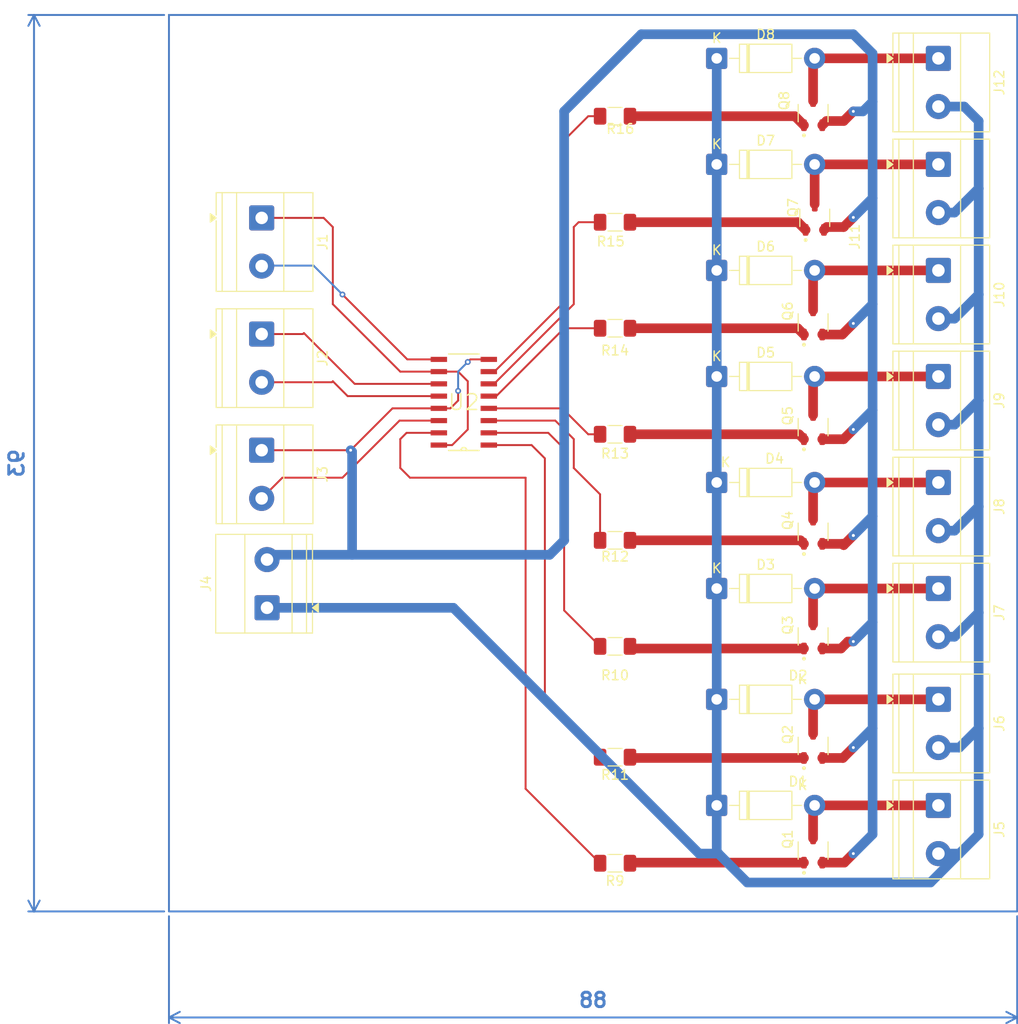
<source format=kicad_pcb>
(kicad_pcb (version 20241229) (generator "pcbnew") (generator_version "9.0")
  (layers (0 "F.Cu" signal) (2 "B.Cu" signal) (13 "F.Paste" user) (15 "B.Paste" user) (5 "F.SilkS" user "F.Silkscreen") (7 "B.SilkS" user "B.Silkscreen") (1 "F.Mask" user) (3 "B.Mask" user) (25 "Edge.Cuts" user))
  (net 0 "")
  (net 1 "Net-(J1-Pin_2)")
  (net 2 "Net-(J1-Pin_1)")
  (net 3 "Net-(J2-Pin_1)")
  (net 4 "Net-(J2-Pin_2)")
  (net 5 "Net-(J3-Pin_1)")
  (net 6 "Net-(U2-QB)")
  (net 7 "Net-(U2-QC)")
  (net 8 "Net-(U2-QD)")
  (net 9 "Net-(U2-QE)")
  (net 10 "Net-(U2-QF)")
  (net 11 "Net-(U2-QG)")
  (net 12 "Net-(U2-QH)")
  (net 13 "Net-(U2-QA)")
  (net 14 "Net-(D1-K)")
  (net 15 "Net-(D1-A)")
  (net 16 "Net-(D2-A)")
  (net 17 "Net-(D3-A)")
  (net 18 "Net-(D4-A)")
  (net 19 "Net-(D5-A)")
  (net 20 "Net-(D6-A)")
  (net 21 "Net-(D7-A)")
  (net 22 "Net-(D8-A)")
  (net 23 "Net-(J3-Pin_2)")
  (net 24 "Net-(Q1-Pad1)")
  (net 25 "Net-(Q2-Pad1)")
  (net 26 "Net-(Q3-Pad1)")
  (net 27 "Net-(Q4-Pad1)")
  (net 28 "Net-(Q5-Pad1)")
  (net 29 "Net-(Q6-Pad1)")
  (net 30 "Net-(Q7-Pad1)")
  (net 31 "Net-(Q8-Pad1)")
  (footprint "Diode_THT:D_DO-41_SOD81_P10.16mm_Horizontal" (layer "F.Cu") (at 218.8275 63.5)
    (property "Reference" "D6" (at 5.08 -2.47 0) (layer "F.SilkS"))
    (property "Value" "1N4007")
    (fp_text user "K" (at 0 -2.1 0) (layer "F.SilkS"))
    (pad "1" thru_hole roundrect (at 0 0) (size 2.2 2.2) (drill 1.1) (layers "*.Cu" "*.Mask") (roundrect_rratio 0.113636) (net 14 "Net-(D1-K)"))
    (pad "2" thru_hole circle (at 10.16 0) (size 2.2 2.2) (drill 1.1) (layers "*.Cu" "*.Mask") (net 20 "Net-(D6-A)"))
  )
  (footprint "Library:AO3400A" (layer "F.Cu") (at 228.8275 101.469285 90)
    (property "Reference" "Q3" (at 1.175 -2.635 90) (layer "F.SilkS"))
    (property "Value" "AO3400A")
    (pad "1" smd roundrect (at -1.255 -0.95 90) (size 1.21 0.59) (layers "F.Cu" "F.Mask" "F.Paste") (net 26 "Net-(Q3-Pad1)"))
    (pad "2" smd roundrect (at -1.255 0.95 90) (size 1.21 0.59) (layers "F.Cu" "F.Mask" "F.Paste") (net 5 "Net-(J3-Pin_1)"))
    (pad "3" smd roundrect (at 1.255 0 90) (size 1.21 0.59) (layers "F.Cu" "F.Mask" "F.Paste") (net 17 "Net-(D3-A)"))
  )
  (footprint "Resistor_SMD:R_1206_3216Metric_Pad1.30x1.75mm_HandSolder" (layer "F.Cu") (at 208.2775 69.5 180)
    (property "Reference" "R14" (at 0 -2.31 0) (layer "F.SilkS"))
    (property "Value" "100")
    (pad "1" smd roundrect (at -1.55 0 180) (size 1.3 1.75) (layers "F.Cu" "F.Mask" "F.Paste") (roundrect_rratio 0.192308) (net 29 "Net-(Q6-Pad1)"))
    (pad "2" smd roundrect (at 1.55 0 180) (size 1.3 1.75) (layers "F.Cu" "F.Mask" "F.Paste") (roundrect_rratio 0.192308) (net 10 "Net-(U2-QF)"))
  )
  (footprint "Library:AO3400A" (layer "F.Cu") (at 229 58.040714 90)
    (property "Reference" "Q7" (at 1.05 -2.255 90) (layer "F.SilkS"))
    (property "Value" "AO3400A")
    (pad "1" smd roundrect (at -1.255 -0.95 90) (size 1.21 0.59) (layers "F.Cu" "F.Mask" "F.Paste") (net 30 "Net-(Q7-Pad1)"))
    (pad "2" smd roundrect (at -1.255 0.95 90) (size 1.21 0.59) (layers "F.Cu" "F.Mask" "F.Paste") (net 5 "Net-(J3-Pin_1)"))
    (pad "3" smd roundrect (at 1.255 0 90) (size 1.21 0.59) (layers "F.Cu" "F.Mask" "F.Paste") (net 21 "Net-(D7-A)"))
  )
  (footprint "Diode_THT:D_DO-41_SOD81_P10.16mm_Horizontal" (layer "F.Cu") (at 218.8275 74.5)
    (property "Reference" "D5" (at 5.08 -2.47 0) (layer "F.SilkS"))
    (property "Value" "1N4007")
    (fp_text user "K" (at 0 -2.1 0) (layer "F.SilkS"))
    (pad "1" thru_hole roundrect (at 0 0) (size 2.2 2.2) (drill 1.1) (layers "*.Cu" "*.Mask") (roundrect_rratio 0.113636) (net 14 "Net-(D1-K)"))
    (pad "2" thru_hole circle (at 10.16 0) (size 2.2 2.2) (drill 1.1) (layers "*.Cu" "*.Mask") (net 19 "Net-(D5-A)"))
  )
  (footprint "Resistor_SMD:R_1206_3216Metric_Pad1.30x1.75mm_HandSolder" (layer "F.Cu") (at 208.2775 80.5 180)
    (property "Reference" "R13" (at 0 -2 0) (layer "F.SilkS"))
    (property "Value" "100")
    (pad "1" smd roundrect (at -1.55 0 180) (size 1.3 1.75) (layers "F.Cu" "F.Mask" "F.Paste") (roundrect_rratio 0.192308) (net 28 "Net-(Q5-Pad1)"))
    (pad "2" smd roundrect (at 1.55 0 180) (size 1.3 1.75) (layers "F.Cu" "F.Mask" "F.Paste") (roundrect_rratio 0.192308) (net 9 "Net-(U2-QE)"))
  )
  (footprint "TerminalBlock_Phoenix:TerminalBlock_Phoenix_MKDS-1,5-2_1x02_P5.00mm_Horizontal" (layer "F.Cu") (at 241.8275 85.5 -90)
    (property "Reference" "J8" (at 2.5 -6.32 90) (layer "F.SilkS"))
    (property "Value" "Screw_Terminal_01x02")
    (pad "1" thru_hole roundrect (at 0 0 270) (size 2.6 2.6) (drill 1.3) (layers "*.Cu" "*.Mask") (roundrect_rratio 0.096154) (net 18 "Net-(D4-A)"))
    (pad "2" thru_hole circle (at 5 0 270) (size 2.6 2.6) (drill 1.3) (layers "*.Cu" "*.Mask") (net 14 "Net-(D1-K)"))
  )
  (footprint "Resistor_SMD:R_1206_3216Metric_Pad1.30x1.75mm_HandSolder" (layer "F.Cu") (at 208.2775 125 180)
    (property "Reference" "R9" (at 0 -1.83 0) (layer "F.SilkS"))
    (property "Value" "100")
    (pad "1" smd roundrect (at -1.55 0 180) (size 1.3 1.75) (layers "F.Cu" "F.Mask" "F.Paste") (roundrect_rratio 0.192308) (net 24 "Net-(Q1-Pad1)"))
    (pad "2" smd roundrect (at 1.55 0 180) (size 1.3 1.75) (layers "F.Cu" "F.Mask" "F.Paste") (roundrect_rratio 0.192308) (net 13 "Net-(U2-QA)"))
  )
  (footprint "TerminalBlock_Phoenix:TerminalBlock_Phoenix_MKDS-1,5-2_1x02_P5.00mm_Horizontal" (layer "F.Cu") (at 241.8275 41.5 -90)
    (property "Reference" "J12" (at 2.5 -6.32 90) (layer "F.SilkS"))
    (property "Value" "Screw_Terminal_01x02")
    (pad "1" thru_hole roundrect (at 0 0 270) (size 2.6 2.6) (drill 1.3) (layers "*.Cu" "*.Mask") (roundrect_rratio 0.096154) (net 22 "Net-(D8-A)"))
    (pad "2" thru_hole circle (at 5 0 270) (size 2.6 2.6) (drill 1.3) (layers "*.Cu" "*.Mask") (net 14 "Net-(D1-K)"))
  )
  (footprint "Resistor_SMD:R_1206_3216Metric_Pad1.30x1.75mm_HandSolder" (layer "F.Cu") (at 208.2775 102.5 180)
    (property "Reference" "R10" (at 0 -3 0) (layer "F.SilkS"))
    (property "Value" "100")
    (pad "1" smd roundrect (at -1.55 0 180) (size 1.3 1.75) (layers "F.Cu" "F.Mask" "F.Paste") (roundrect_rratio 0.192308) (net 26 "Net-(Q3-Pad1)"))
    (pad "2" smd roundrect (at 1.55 0 180) (size 1.3 1.75) (layers "F.Cu" "F.Mask" "F.Paste") (roundrect_rratio 0.192308) (net 7 "Net-(U2-QC)"))
  )
  (footprint "Diode_THT:D_DO-41_SOD81_P10.16mm_Horizontal" (layer "F.Cu") (at 218.8275 85.5)
    (property "Reference" "D4" (at 6 -2.47 0) (layer "F.SilkS"))
    (property "Value" "1N4007")
    (fp_text user "K" (at 0.92 -2.1 0) (layer "F.SilkS"))
    (pad "1" thru_hole roundrect (at 0 0) (size 2.2 2.2) (drill 1.1) (layers "*.Cu" "*.Mask") (roundrect_rratio 0.113636) (net 14 "Net-(D1-K)"))
    (pad "2" thru_hole circle (at 10.16 0) (size 2.2 2.2) (drill 1.1) (layers "*.Cu" "*.Mask") (net 18 "Net-(D4-A)"))
  )
  (footprint "TerminalBlock_Phoenix:TerminalBlock_Phoenix_MKDS-1,5-2_1x02_P5.00mm_Horizontal" (layer "F.Cu") (at 171.6175 58.0525 -90)
    (property "Reference" "J1" (at 2.5 -6.32 90) (layer "F.SilkS"))
    (property "Value" "Screw_Terminal_01x02")
    (pad "1" thru_hole roundrect (at 0 0 270) (size 2.6 2.6) (drill 1.3) (layers "*.Cu" "*.Mask") (roundrect_rratio 0.096154) (net 2 "Net-(J1-Pin_1)"))
    (pad "2" thru_hole circle (at 5 0 270) (size 2.6 2.6) (drill 1.3) (layers "*.Cu" "*.Mask") (net 1 "Net-(J1-Pin_2)"))
  )
  (footprint "TerminalBlock_Phoenix:TerminalBlock_Phoenix_MKDS-1,5-2_1x02_P5.00mm_Horizontal" (layer "F.Cu") (at 241.8275 108 -90)
    (property "Reference" "J6" (at 2.5 -6.32 90) (layer "F.SilkS"))
    (property "Value" "Screw_Terminal_01x02")
    (pad "1" thru_hole roundrect (at 0 0 270) (size 2.6 2.6) (drill 1.3) (layers "*.Cu" "*.Mask") (roundrect_rratio 0.096154) (net 16 "Net-(D2-A)"))
    (pad "2" thru_hole circle (at 5 0 270) (size 2.6 2.6) (drill 1.3) (layers "*.Cu" "*.Mask") (net 14 "Net-(D1-K)"))
  )
  (footprint "Resistor_SMD:R_1206_3216Metric_Pad1.30x1.75mm_HandSolder" (layer "F.Cu") (at 208.2775 58.5 180)
    (property "Reference" "R15" (at 0.45 -2 0) (layer "F.SilkS"))
    (property "Value" "100")
    (pad "1" smd roundrect (at -1.55 0 180) (size 1.3 1.75) (layers "F.Cu" "F.Mask" "F.Paste") (roundrect_rratio 0.192308) (net 30 "Net-(Q7-Pad1)"))
    (pad "2" smd roundrect (at 1.55 0 180) (size 1.3 1.75) (layers "F.Cu" "F.Mask" "F.Paste") (roundrect_rratio 0.192308) (net 11 "Net-(U2-QG)"))
  )
  (footprint "Library:AO3400A" (layer "F.Cu") (at 228.8275 123.683571 90)
    (property "Reference" "Q1" (at 1.175 -2.635 90) (layer "F.SilkS"))
    (property "Value" "AO3400A")
    (pad "1" smd roundrect (at -1.255 -0.95 90) (size 1.21 0.59) (layers "F.Cu" "F.Mask" "F.Paste") (net 24 "Net-(Q1-Pad1)"))
    (pad "2" smd roundrect (at -1.255 0.95 90) (size 1.21 0.59) (layers "F.Cu" "F.Mask" "F.Paste") (net 5 "Net-(J3-Pin_1)"))
    (pad "3" smd roundrect (at 1.255 0 90) (size 1.21 0.59) (layers "F.Cu" "F.Mask" "F.Paste") (net 15 "Net-(D1-A)"))
  )
  (footprint "Diode_THT:D_DO-41_SOD81_P10.16mm_Horizontal" (layer "F.Cu") (at 218.8275 108)
    (property "Reference" "D2" (at 8.433809 -2.47 0) (layer "F.SilkS"))
    (property "Value" "1N4007")
    (fp_text user "K" (at 8.91 -2.1 0) (layer "F.SilkS"))
    (pad "1" thru_hole roundrect (at 0 0) (size 2.2 2.2) (drill 1.1) (layers "*.Cu" "*.Mask") (roundrect_rratio 0.113636) (net 14 "Net-(D1-K)"))
    (pad "2" thru_hole circle (at 10.16 0) (size 2.2 2.2) (drill 1.1) (layers "*.Cu" "*.Mask") (net 16 "Net-(D2-A)"))
  )
  (footprint "Diode_THT:D_DO-41_SOD81_P10.16mm_Horizontal" (layer "F.Cu") (at 218.8275 52.5)
    (property "Reference" "D7" (at 5.08 -2.47 0) (layer "F.SilkS"))
    (property "Value" "1N4007")
    (fp_text user "K" (at 0 -2.1 0) (layer "F.SilkS"))
    (pad "1" thru_hole roundrect (at 0 0) (size 2.2 2.2) (drill 1.1) (layers "*.Cu" "*.Mask") (roundrect_rratio 0.113636) (net 14 "Net-(D1-K)"))
    (pad "2" thru_hole circle (at 10.16 0) (size 2.2 2.2) (drill 1.1) (layers "*.Cu" "*.Mask") (net 21 "Net-(D7-A)"))
  )
  (footprint "Library:AO3400A" (layer "F.Cu") (at 228.8275 90.612142 90)
    (property "Reference" "Q4" (at 1.175 -2.635 90) (layer "F.SilkS"))
    (property "Value" "AO3400A")
    (pad "1" smd roundrect (at -1.255 -0.95 90) (size 1.21 0.59) (layers "F.Cu" "F.Mask" "F.Paste") (net 27 "Net-(Q4-Pad1)"))
    (pad "2" smd roundrect (at -1.255 0.95 90) (size 1.21 0.59) (layers "F.Cu" "F.Mask" "F.Paste") (net 5 "Net-(J3-Pin_1)"))
    (pad "3" smd roundrect (at 1.255 0 90) (size 1.21 0.59) (layers "F.Cu" "F.Mask" "F.Paste") (net 18 "Net-(D4-A)"))
  )
  (footprint "TerminalBlock_Phoenix:TerminalBlock_Phoenix_MKDS-1,5-2_1x02_P5.00mm_Horizontal" (layer "F.Cu") (at 172.1725 98.5 90)
    (property "Reference" "J4" (at 2.5 -6.32 90) (layer "F.SilkS"))
    (property "Value" "Screw_Terminal_01x02")
    (pad "1" thru_hole roundrect (at 0 0 90) (size 2.6 2.6) (drill 1.3) (layers "*.Cu" "*.Mask") (roundrect_rratio 0.096154) (net 14 "Net-(D1-K)"))
    (pad "2" thru_hole circle (at 5 0 90) (size 2.6 2.6) (drill 1.3) (layers "*.Cu" "*.Mask") (net 5 "Net-(J3-Pin_1)"))
  )
  (footprint "Resistor_SMD:R_1206_3216Metric_Pad1.30x1.75mm_HandSolder" (layer "F.Cu") (at 208.2775 91.5 180)
    (property "Reference" "R12" (at 0 -1.69 0) (layer "F.SilkS"))
    (property "Value" "100")
    (pad "1" smd roundrect (at -1.55 0 180) (size 1.3 1.75) (layers "F.Cu" "F.Mask" "F.Paste") (roundrect_rratio 0.192308) (net 27 "Net-(Q4-Pad1)"))
    (pad "2" smd roundrect (at 1.55 0 180) (size 1.3 1.75) (layers "F.Cu" "F.Mask" "F.Paste") (roundrect_rratio 0.192308) (net 8 "Net-(U2-QD)"))
  )
  (footprint "Library:AO3400A" (layer "F.Cu") (at 228.8275 68.897857 90)
    (property "Reference" "Q6" (at 1.175 -2.635 90) (layer "F.SilkS"))
    (property "Value" "AO3400A")
    (pad "1" smd roundrect (at -1.255 -0.95 90) (size 1.21 0.59) (layers "F.Cu" "F.Mask" "F.Paste") (net 29 "Net-(Q6-Pad1)"))
    (pad "2" smd roundrect (at -1.255 0.95 90) (size 1.21 0.59) (layers "F.Cu" "F.Mask" "F.Paste") (net 5 "Net-(J3-Pin_1)"))
    (pad "3" smd roundrect (at 1.255 0 90) (size 1.21 0.59) (layers "F.Cu" "F.Mask" "F.Paste") (net 20 "Net-(D6-A)"))
  )
  (footprint "TerminalBlock_Phoenix:TerminalBlock_Phoenix_MKDS-1,5-2_1x02_P5.00mm_Horizontal" (layer "F.Cu") (at 241.8275 74.5 -90)
    (property "Reference" "J9" (at 2.5 -6.32 90) (layer "F.SilkS"))
    (property "Value" "Screw_Terminal_01x02")
    (pad "1" thru_hole roundrect (at 0 0 270) (size 2.6 2.6) (drill 1.3) (layers "*.Cu" "*.Mask") (roundrect_rratio 0.096154) (net 19 "Net-(D5-A)"))
    (pad "2" thru_hole circle (at 5 0 270) (size 2.6 2.6) (drill 1.3) (layers "*.Cu" "*.Mask") (net 14 "Net-(D1-K)"))
  )
  (footprint "Diode_THT:D_DO-41_SOD81_P10.16mm_Horizontal" (layer "F.Cu") (at 218.8275 119)
    (property "Reference" "D1" (at 8.433809 -2.47 0) (layer "F.SilkS"))
    (property "Value" "1N4007")
    (fp_text user "K" (at 8.91 -2.1 0) (layer "F.SilkS"))
    (pad "1" thru_hole roundrect (at 0 0) (size 2.2 2.2) (drill 1.1) (layers "*.Cu" "*.Mask") (roundrect_rratio 0.113636) (net 14 "Net-(D1-K)"))
    (pad "2" thru_hole circle (at 10.16 0) (size 2.2 2.2) (drill 1.1) (layers "*.Cu" "*.Mask") (net 15 "Net-(D1-A)"))
  )
  (footprint "Resistor_SMD:R_1206_3216Metric_Pad1.30x1.75mm_HandSolder" (layer "F.Cu") (at 208.2775 47.5 180)
    (property "Reference" "R16" (at -0.55 -1.31 0) (layer "F.SilkS"))
    (property "Value" "100")
    (pad "1" smd roundrect (at -1.55 0 180) (size 1.3 1.75) (layers "F.Cu" "F.Mask" "F.Paste") (roundrect_rratio 0.192308) (net 31 "Net-(Q8-Pad1)"))
    (pad "2" smd roundrect (at 1.55 0 180) (size 1.3 1.75) (layers "F.Cu" "F.Mask" "F.Paste") (roundrect_rratio 0.192308) (net 12 "Net-(U2-QH)"))
  )
  (footprint "Library:74HC595" (layer "F.Cu") (at 192.5908 77.175 180)
    (property "Reference" "U2" (at 0 0 0) (layer "F.SilkS") (effects (font (size 1.640323 1.640323))))
    (property "Value" "74HC595")
    (pad "1" smd rect (at -2.5908 -4.445 180) (size 1.7018 0.5334) (layers "F.Cu" "F.Mask" "F.Paste") (net 6 "Net-(U2-QB)"))
    (pad "2" smd rect (at -2.5908 -3.175 180) (size 1.7018 0.5334) (layers "F.Cu" "F.Mask" "F.Paste") (net 7 "Net-(U2-QC)"))
    (pad "3" smd rect (at -2.5908 -1.905 180) (size 1.7018 0.5334) (layers "F.Cu" "F.Mask" "F.Paste") (net 8 "Net-(U2-QD)"))
    (pad "4" smd rect (at -2.5908 -0.635 180) (size 1.7018 0.5334) (layers "F.Cu" "F.Mask" "F.Paste") (net 9 "Net-(U2-QE)"))
    (pad "5" smd rect (at -2.5908 0.635 180) (size 1.7018 0.5334) (layers "F.Cu" "F.Mask" "F.Paste") (net 10 "Net-(U2-QF)"))
    (pad "6" smd rect (at -2.5908 1.905 180) (size 1.7018 0.5334) (layers "F.Cu" "F.Mask" "F.Paste") (net 11 "Net-(U2-QG)"))
    (pad "7" smd rect (at -2.5908 3.175 180) (size 1.7018 0.5334) (layers "F.Cu" "F.Mask" "F.Paste") (net 12 "Net-(U2-QH)"))
    (pad "8" smd rect (at -2.5908 4.445 180) (size 1.7018 0.5334) (layers "F.Cu" "F.Mask" "F.Paste") (net 5 "Net-(J3-Pin_1)"))
    (pad "9" smd rect (at 2.5908 4.445 180) (size 1.7018 0.5334) (layers "F.Cu" "F.Mask" "F.Paste") (net 1 "Net-(J1-Pin_2)"))
    (pad "10" smd rect (at 2.5908 3.175 180) (size 1.7018 0.5334) (layers "F.Cu" "F.Mask" "F.Paste") (net 2 "Net-(J1-Pin_1)"))
    (pad "11" smd rect (at 2.5908 1.905 180) (size 1.7018 0.5334) (layers "F.Cu" "F.Mask" "F.Paste") (net 3 "Net-(J2-Pin_1)"))
    (pad "12" smd rect (at 2.5908 0.635 180) (size 1.7018 0.5334) (layers "F.Cu" "F.Mask" "F.Paste") (net 4 "Net-(J2-Pin_2)"))
    (pad "13" smd rect (at 2.5908 -0.635 180) (size 1.7018 0.5334) (layers "F.Cu" "F.Mask" "F.Paste") (net 5 "Net-(J3-Pin_1)"))
    (pad "14" smd rect (at 2.5908 -1.905 180) (size 1.7018 0.5334) (layers "F.Cu" "F.Mask" "F.Paste") (net 23 "Net-(J3-Pin_2)"))
    (pad "15" smd rect (at 2.5908 -3.175 180) (size 1.7018 0.5334) (layers "F.Cu" "F.Mask" "F.Paste") (net 13 "Net-(U2-QA)"))
    (pad "16" smd rect (at 2.5908 -4.445 180) (size 1.7018 0.5334) (layers "F.Cu" "F.Mask" "F.Paste") (net 2 "Net-(J1-Pin_1)"))
  )
  (footprint "TerminalBlock_Phoenix:TerminalBlock_Phoenix_MKDS-1,5-2_1x02_P5.00mm_Horizontal" (layer "F.Cu") (at 241.8275 96.5 -90)
    (property "Reference" "J7" (at 2.5 -6.32 90) (layer "F.SilkS"))
    (property "Value" "Screw_Terminal_01x02")
    (pad "1" thru_hole roundrect (at 0 0 270) (size 2.6 2.6) (drill 1.3) (layers "*.Cu" "*.Mask") (roundrect_rratio 0.096154) (net 17 "Net-(D3-A)"))
    (pad "2" thru_hole circle (at 5 0 270) (size 2.6 2.6) (drill 1.3) (layers "*.Cu" "*.Mask") (net 14 "Net-(D1-K)"))
  )
  (footprint "TerminalBlock_Phoenix:TerminalBlock_Phoenix_MKDS-1,5-2_1x02_P5.00mm_Horizontal" (layer "F.Cu") (at 241.8275 52.5 -90)
    (property "Reference" "J11" (at 7.5 8.68 90) (layer "F.SilkS"))
    (property "Value" "Screw_Terminal_01x02")
    (pad "1" thru_hole roundrect (at 0 0 270) (size 2.6 2.6) (drill 1.3) (layers "*.Cu" "*.Mask") (roundrect_rratio 0.096154) (net 21 "Net-(D7-A)"))
    (pad "2" thru_hole circle (at 5 0 270) (size 2.6 2.6) (drill 1.3) (layers "*.Cu" "*.Mask") (net 14 "Net-(D1-K)"))
  )
  (footprint "Diode_THT:D_DO-41_SOD81_P10.16mm_Horizontal" (layer "F.Cu") (at 218.8275 96.5)
    (property "Reference" "D3" (at 5.08 -2.47 0) (layer "F.SilkS"))
    (property "Value" "1N4007")
    (fp_text user "K" (at 0 -2.1 0) (layer "F.SilkS"))
    (pad "1" thru_hole roundrect (at 0 0) (size 2.2 2.2) (drill 1.1) (layers "*.Cu" "*.Mask") (roundrect_rratio 0.113636) (net 14 "Net-(D1-K)"))
    (pad "2" thru_hole circle (at 10.16 0) (size 2.2 2.2) (drill 1.1) (layers "*.Cu" "*.Mask") (net 17 "Net-(D3-A)"))
  )
  (footprint "TerminalBlock_Phoenix:TerminalBlock_Phoenix_MKDS-1,5-2_1x02_P5.00mm_Horizontal" (layer "F.Cu") (at 241.8275 119 -90)
    (property "Reference" "J5" (at 2.5 -6.32 90) (layer "F.SilkS"))
    (property "Value" "Screw_Terminal_01x02")
    (pad "1" thru_hole roundrect (at 0 0 270) (size 2.6 2.6) (drill 1.3) (layers "*.Cu" "*.Mask") (roundrect_rratio 0.096154) (net 15 "Net-(D1-A)"))
    (pad "2" thru_hole circle (at 5 0 270) (size 2.6 2.6) (drill 1.3) (layers "*.Cu" "*.Mask") (net 14 "Net-(D1-K)"))
  )
  (footprint "Library:AO3400A" (layer "F.Cu") (at 228.8275 47.183571 90)
    (property "Reference" "Q8" (at 1.3 -3 90) (layer "F.SilkS"))
    (property "Value" "AO3400A")
    (pad "1" smd roundrect (at -1.255 -0.95 90) (size 1.21 0.59) (layers "F.Cu" "F.Mask" "F.Paste") (net 31 "Net-(Q8-Pad1)"))
    (pad "2" smd roundrect (at -1.255 0.95 90) (size 1.21 0.59) (layers "F.Cu" "F.Mask" "F.Paste") (net 5 "Net-(J3-Pin_1)"))
    (pad "3" smd roundrect (at 1.255 0 90) (size 1.21 0.59) (layers "F.Cu" "F.Mask" "F.Paste") (net 22 "Net-(D8-A)"))
  )
  (footprint "Diode_THT:D_DO-41_SOD81_P10.16mm_Horizontal" (layer "F.Cu") (at 218.8275 41.5)
    (property "Reference" "D8" (at 5.08 -2.47 0) (layer "F.SilkS"))
    (property "Value" "1N4007")
    (fp_text user "K" (at 0 -2.1 0) (layer "F.SilkS"))
    (pad "1" thru_hole roundrect (at 0 0) (size 2.2 2.2) (drill 1.1) (layers "*.Cu" "*.Mask") (roundrect_rratio 0.113636) (net 14 "Net-(D1-K)"))
    (pad "2" thru_hole circle (at 10.16 0) (size 2.2 2.2) (drill 1.1) (layers "*.Cu" "*.Mask") (net 22 "Net-(D8-A)"))
  )
  (footprint "Library:AO3400A" (layer "F.Cu") (at 228.8275 112.826428 90)
    (property "Reference" "Q2" (at 1.175 -2.635 90) (layer "F.SilkS"))
    (property "Value" "AO3400A")
    (pad "1" smd roundrect (at -1.255 -0.95 90) (size 1.21 0.59) (layers "F.Cu" "F.Mask" "F.Paste") (net 25 "Net-(Q2-Pad1)"))
    (pad "2" smd roundrect (at -1.255 0.95 90) (size 1.21 0.59) (layers "F.Cu" "F.Mask" "F.Paste") (net 5 "Net-(J3-Pin_1)"))
    (pad "3" smd roundrect (at 1.255 0 90) (size 1.21 0.59) (layers "F.Cu" "F.Mask" "F.Paste") (net 16 "Net-(D2-A)"))
  )
  (footprint "Library:AO3400A" (layer "F.Cu") (at 228.8275 79.755 90)
    (property "Reference" "Q5" (at 1.175 -2.635 90) (layer "F.SilkS"))
    (property "Value" "AO3400A")
    (pad "1" smd roundrect (at -1.255 -0.95 90) (size 1.21 0.59) (layers "F.Cu" "F.Mask" "F.Paste") (net 28 "Net-(Q5-Pad1)"))
    (pad "2" smd roundrect (at -1.255 0.95 90) (size 1.21 0.59) (layers "F.Cu" "F.Mask" "F.Paste") (net 5 "Net-(J3-Pin_1)"))
    (pad "3" smd roundrect (at 1.255 0 90) (size 1.21 0.59) (layers "F.Cu" "F.Mask" "F.Paste") (net 19 "Net-(D5-A)"))
  )
  (footprint "Resistor_SMD:R_1206_3216Metric_Pad1.30x1.75mm_HandSolder" (layer "F.Cu") (at 208.2775 114 180)
    (property "Reference" "R11" (at 0 -1.83 0) (layer "F.SilkS"))
    (property "Value" "100")
    (pad "1" smd roundrect (at -1.55 0 180) (size 1.3 1.75) (layers "F.Cu" "F.Mask" "F.Paste") (roundrect_rratio 0.192308) (net 25 "Net-(Q2-Pad1)"))
    (pad "2" smd roundrect (at 1.55 0 180) (size 1.3 1.75) (layers "F.Cu" "F.Mask" "F.Paste") (roundrect_rratio 0.192308) (net 6 "Net-(U2-QB)"))
  )
  (footprint "TerminalBlock_Phoenix:TerminalBlock_Phoenix_MKDS-1,5-2_1x02_P5.00mm_Horizontal" (layer "F.Cu") (at 171.6175 70.1025 -90)
    (property "Reference" "J2" (at 2.5 -6.32 90) (layer "F.SilkS"))
    (property "Value" "Screw_Terminal_01x02")
    (pad "1" thru_hole roundrect (at 0 0 270) (size 2.6 2.6) (drill 1.3) (layers "*.Cu" "*.Mask") (roundrect_rratio 0.096154) (net 3 "Net-(J2-Pin_1)"))
    (pad "2" thru_hole circle (at 5 0 270) (size 2.6 2.6) (drill 1.3) (layers "*.Cu" "*.Mask") (net 4 "Net-(J2-Pin_2)"))
  )
  (footprint "TerminalBlock_Phoenix:TerminalBlock_Phoenix_MKDS-1,5-2_1x02_P5.00mm_Horizontal" (layer "F.Cu") (at 241.8275 63.5 -90)
    (property "Reference" "J10" (at 2.5 -6.32 90) (layer "F.SilkS"))
    (property "Value" "Screw_Terminal_01x02")
    (pad "1" thru_hole roundrect (at 0 0 270) (size 2.6 2.6) (drill 1.3) (layers "*.Cu" "*.Mask") (roundrect_rratio 0.096154) (net 20 "Net-(D6-A)"))
    (pad "2" thru_hole circle (at 5 0 270) (size 2.6 2.6) (drill 1.3) (layers "*.Cu" "*.Mask") (net 14 "Net-(D1-K)"))
  )
  (footprint "TerminalBlock_Phoenix:TerminalBlock_Phoenix_MKDS-1,5-2_1x02_P5.00mm_Horizontal" (layer "F.Cu") (at 171.6175 82.1525 -90)
    (property "Reference" "J3" (at 2.5 -6.32 90) (layer "F.SilkS"))
    (property "Value" "Screw_Terminal_01x02")
    (pad "1" thru_hole roundrect (at 0 0 270) (size 2.6 2.6) (drill 1.3) (layers "*.Cu" "*.Mask") (roundrect_rratio 0.096154) (net 5 "Net-(J3-Pin_1)"))
    (pad "2" thru_hole circle (at 5 0 270) (size 2.6 2.6) (drill 1.3) (layers "*.Cu" "*.Mask") (net 23 "Net-(J3-Pin_2)"))
  )
  (gr_rect (start 162 37) (end 250 130) (stroke (width 0.2)) (fill no) (layer "B.Cu"))
  (dimension (type orthogonal) (layer "B.Cu") (pts (xy 162 130) (xy 162 37)) (height -14) (orientation 1) (format (prefix "") (suffix "") (units 3) (units_format 0) (precision 4) (suppress_zeroes yes)) (style (thickness 0.2) (arrow_length 1.27) (text_position_mode 0) (arrow_direction outward) (extension_height 0.58642) (extension_offset 0.5) (keep_text_aligned yes)) (gr_text "93" (at 146.2 83.5 90) (layer "B.Cu") (effects (font (size 1.5 1.5) (thickness 0.3)) (justify mirror))))
  (dimension (type orthogonal) (layer "B.Cu") (pts (xy 162 130) (xy 250 130)) (height 11) (orientation 0) (format (prefix "") (suffix "") (units 3) (units_format 0) (precision 4) (suppress_zeroes yes)) (style (thickness 0.2) (arrow_length 1.27) (text_position_mode 0) (arrow_direction outward) (extension_height 0.58642) (extension_offset 0.5) (keep_text_aligned yes)) (gr_text "88" (at 206 139.2 0) (layer "B.Cu") (effects (font (size 1.5 1.5) (thickness 0.3)) (justify mirror))))
  (segment (start 190 72.73) (end 186.73 72.73) (width 0.2) (layer "F.Cu") (net 1))
  (segment (start 186.73 72.73) (end 180 66) (width 0.2) (layer "F.Cu") (net 1))
  (via (at 180 66) (size 0.6) (drill 0.3) (layers "F.Cu" "B.Cu") (net 1))
  (segment (start 171.67 63) (end 171.6175 63.0525) (width 0.2) (layer "B.Cu") (net 1))
  (segment (start 180 66) (end 177 63) (width 0.2) (layer "B.Cu") (net 1))
  (segment (start 177 63) (end 171.67 63) (width 0.2) (layer "B.Cu") (net 1))
  (segment (start 193 80) (end 193 75) (width 0.2) (layer "F.Cu") (net 2))
  (segment (start 186 74) (end 179 67) (width 0.2) (layer "F.Cu") (net 2))
  (segment (start 193 75) (end 192 74) (width 0.2) (layer "F.Cu") (net 2))
  (segment (start 190 81.62) (end 191.38 81.62) (width 0.2) (layer "F.Cu") (net 2))
  (segment (start 191.38 81.62) (end 193 80) (width 0.2) (layer "F.Cu") (net 2))
  (segment (start 179 59) (end 178.0525 58.0525) (width 0.2) (layer "F.Cu") (net 2))
  (segment (start 190 74) (end 186 74) (width 0.2) (layer "F.Cu") (net 2))
  (segment (start 179 67) (end 179 59) (width 0.2) (layer "F.Cu") (net 2))
  (segment (start 192 74) (end 190 74) (width 0.2) (layer "F.Cu") (net 2))
  (segment (start 178.0525 58.0525) (end 171.6175 58.0525) (width 0.2) (layer "F.Cu") (net 2))
  (segment (start 176 70) (end 175.8975 70.1025) (width 0.2) (layer "F.Cu") (net 3))
  (segment (start 181.27 75.27) (end 176 70) (width 0.2) (layer "F.Cu") (net 3))
  (segment (start 175.8975 70.1025) (end 171.6175 70.1025) (width 0.2) (layer "F.Cu") (net 3))
  (segment (start 190 75.27) (end 181.27 75.27) (width 0.2) (layer "F.Cu") (net 3))
  (segment (start 179 75) (end 178.8975 75.1025) (width 0.2) (layer "F.Cu") (net 4))
  (segment (start 190 76.54) (end 180.54 76.54) (width 0.2) (layer "F.Cu") (net 4))
  (segment (start 180.54 76.54) (end 179 75) (width 0.2) (layer "F.Cu") (net 4))
  (segment (start 178.8975 75.1025) (end 171.6175 75.1025) (width 0.2) (layer "F.Cu") (net 4))
  (segment (start 229.7775 81.01) (end 231.99 81.01) (width 1) (layer "F.Cu") (net 5))
  (segment (start 230.245714 59) (end 232 59) (width 1) (layer "F.Cu") (net 5))
  (segment (start 229.7775 70.152857) (end 231.847143 70.152857) (width 1) (layer "F.Cu") (net 5))
  (segment (start 232.061429 124.938571) (end 233 124) (width 1) (layer "F.Cu") (net 5))
  (segment (start 232 81) (end 233 80) (width 1) (layer "F.Cu") (net 5))
  (segment (start 193 73) (end 193.27 72.73) (width 0.2) (layer "F.Cu") (net 5))
  (segment (start 193.27 72.73) (end 195.1816 72.73) (width 0.2) (layer "F.Cu") (net 5))
  (segment (start 232 70) (end 233 69) (width 1) (layer "F.Cu") (net 5))
  (segment (start 231.847143 70.152857) (end 232 70) (width 1) (layer "F.Cu") (net 5))
  (segment (start 233 47) (end 232 48) (width 1) (layer "F.Cu") (net 5))
  (segment (start 231.867142 91.867142) (end 232 92) (width 1) (layer "F.Cu") (net 5))
  (segment (start 232 59) (end 233 58) (width 1) (layer "F.Cu") (net 5))
  (segment (start 229.7775 124.938571) (end 232.061429 124.938571) (width 1) (layer "F.Cu") (net 5))
  (segment (start 231.918572 114.081428) (end 232 114) (width 1) (layer "F.Cu") (net 5))
  (segment (start 232 48) (end 230.216071 48) (width 1) (layer "F.Cu") (net 5))
  (segment (start 230.216071 48) (end 229.7775 48.438571) (width 1) (layer "F.Cu") (net 5))
  (segment (start 185.19 77.81) (end 180.8475 82.1525) (width 0.2) (layer "F.Cu") (net 5))
  (segment (start 180.8475 82.1525) (end 171.6175 82.1525) (width 0.2) (layer "F.Cu") (net 5))
  (segment (start 190 77.81) (end 185.19 77.81) (width 0.2) (layer "F.Cu") (net 5))
  (segment (start 229.7775 102.724285) (end 231.724285 102.724285) (width 1) (layer "F.Cu") (net 5))
  (segment (start 229.7775 114.081428) (end 231.918572 114.081428) (width 1) (layer "F.Cu") (net 5))
  (segment (start 191.19 77.81) (end 192 77) (width 0.2) (layer "F.Cu") (net 5))
  (segment (start 192 77) (end 192 76) (width 0.2) (layer "F.Cu") (net 5))
  (segment (start 231.99 81.01) (end 232 81) (width 1) (layer "F.Cu") (net 5))
  (segment (start 232 92) (end 233 91) (width 1) (layer "F.Cu") (net 5))
  (segment (start 229.7775 91.867142) (end 231.867142 91.867142) (width 1) (layer "F.Cu") (net 5))
  (segment (start 232 114) (end 233 113) (width 1) (layer "F.Cu") (net 5))
  (segment (start 232.44857 102) (end 233 102) (width 1) (layer "F.Cu") (net 5))
  (segment (start 190 77.81) (end 191.19 77.81) (width 0.2) (layer "F.Cu") (net 5))
  (segment (start 231.724285 102.724285) (end 232.44857 102) (width 1) (layer "F.Cu") (net 5))
  (segment (start 229.95 59.295714) (end 230.245714 59) (width 1) (layer "F.Cu") (net 5))
  (via (at 233 69) (size 0.6) (drill 0.3) (layers "F.Cu" "B.Cu") (net 5))
  (via (at 233 91) (size 0.6) (drill 0.3) (layers "F.Cu" "B.Cu") (net 5))
  (via (at 233 80) (size 0.6) (drill 0.3) (layers "F.Cu" "B.Cu") (net 5))
  (via (at 233 91) (size 0.6) (drill 0.3) (layers "F.Cu" "B.Cu") (net 5))
  (via (at 233 124) (size 0.6) (drill 0.3) (layers "F.Cu" "B.Cu") (net 5))
  (via (at 233 102) (size 0.6) (drill 0.3) (layers "F.Cu" "B.Cu") (net 5))
  (via (at 192 76) (size 0.6) (drill 0.3) (layers "F.Cu" "B.Cu") (net 5))
  (via (at 193 73) (size 0.6) (drill 0.3) (layers "F.Cu" "B.Cu") (net 5))
  (via (at 233 47) (size 0.6) (drill 0.3) (layers "F.Cu" "B.Cu") (net 5))
  (via (at 233 113) (size 0.6) (drill 0.3) (layers "F.Cu" "B.Cu") (net 5))
  (via (at 233 58) (size 0.6) (drill 0.3) (layers "F.Cu" "B.Cu") (net 5))
  (via (at 180.8475 82.1525) (size 0.6) (drill 0.3) (layers "F.Cu" "B.Cu") (net 5))
  (segment (start 235 56) (end 235 67) (width 1) (layer "B.Cu") (net 5))
  (segment (start 181 93) (end 172.6725 93) (width 1) (layer "B.Cu") (net 5))
  (segment (start 201.5 93) (end 181 93) (width 1) (layer "B.Cu") (net 5))
  (segment (start 235 89) (end 235 100) (width 1) (layer "B.Cu") (net 5))
  (segment (start 235 41) (end 233 39) (width 1) (layer "B.Cu") (net 5))
  (segment (start 211 39) (end 203 47) (width 1) (layer "B.Cu") (net 5))
  (segment (start 172.6725 93) (end 172.1725 93.5) (width 1) (layer "B.Cu") (net 5))
  (segment (start 192 76) (end 192 74) (width 0.2) (layer "B.Cu") (net 5))
  (segment (start 203 91.5) (end 201.5 93) (width 1) (layer "B.Cu") (net 5))
  (segment (start 203 47) (end 203 91.5) (width 1) (layer "B.Cu") (net 5))
  (segment (start 235 46) (end 235 56) (width 1) (layer "B.Cu") (net 5))
  (segment (start 235 111) (end 235 122) (width 1) (layer "B.Cu") (net 5))
  (segment (start 233 91) (end 235 89) (width 1) (layer "B.Cu") (net 5))
  (segment (start 233 39) (end 211 39) (width 1) (layer "B.Cu") (net 5))
  (segment (start 234 47) (end 235 46) (width 1) (layer "B.Cu") (net 5))
  (segment (start 235 46) (end 235 41) (width 1) (layer "B.Cu") (net 5))
  (segment (start 235 78) (end 235 89) (width 1) (layer "B.Cu") (net 5))
  (segment (start 233 102) (end 235 100) (width 1) (layer "B.Cu") (net 5))
  (segment (start 181 93) (end 181 82.305) (width 1) (layer "B.Cu") (net 5))
  (segment (start 233 80) (end 235 78) (width 1) (layer "B.Cu") (net 5))
  (segment (start 233 47) (end 234 47) (width 1) (layer "B.Cu") (net 5))
  (segment (start 235 67) (end 235 78) (width 1) (layer "B.Cu") (net 5))
  (segment (start 235 122) (end 233 124) (width 1) (layer "B.Cu") (net 5))
  (segment (start 233 58) (end 235 56) (width 1) (layer "B.Cu") (net 5))
  (segment (start 192 74) (end 193 73) (width 0.2) (layer "B.Cu") (net 5))
  (segment (start 233 113) (end 235 111) (width 1) (layer "B.Cu") (net 5))
  (segment (start 233 69) (end 235 67) (width 1) (layer "B.Cu") (net 5))
  (segment (start 235 100) (end 235 111) (width 1) (layer "B.Cu") (net 5))
  (segment (start 181 82.305) (end 180.8475 82.1525) (width 1) (layer "B.Cu") (net 5))
  (segment (start 206.7275 114) (end 206.7275 113.7275) (width 0.2) (layer "F.Cu") (net 6))
  (segment (start 199.62 81.62) (end 195.1816 81.62) (width 0.2) (layer "F.Cu") (net 6))
  (segment (start 201 108) (end 201 83) (width 0.2) (layer "F.Cu") (net 6))
  (segment (start 201 83) (end 199.62 81.62) (width 0.2) (layer "F.Cu") (net 6))
  (segment (start 206.7275 113.7275) (end 201 108) (width 0.2) (layer "F.Cu") (net 6))
  (segment (start 203 98.7725) (end 203 82) (width 0.2) (layer "F.Cu") (net 7))
  (segment (start 203 82) (end 201.35 80.35) (width 0.2) (layer "F.Cu") (net 7))
  (segment (start 201.35 80.35) (end 195.1816 80.35) (width 0.2) (layer "F.Cu") (net 7))
  (segment (start 206.7275 102.5) (end 203 98.7725) (width 0.2) (layer "F.Cu") (net 7))
  (segment (start 202.08 79.08) (end 195.1816 79.08) (width 0.2) (layer "F.Cu") (net 8))
  (segment (start 204 81) (end 202.08 79.08) (width 0.2) (layer "F.Cu") (net 8))
  (segment (start 206.7275 86.7275) (end 204 84) (width 0.2) (layer "F.Cu") (net 8))
  (segment (start 204 84) (end 204 81) (width 0.2) (layer "F.Cu") (net 8))
  (segment (start 206.7275 91.5) (end 206.7275 86.7275) (width 0.2) (layer "F.Cu") (net 8))
  (segment (start 206.7275 80.5) (end 205.5 80.5) (width 0.2) (layer "F.Cu") (net 9))
  (segment (start 205.5 80.5) (end 202.81 77.81) (width 0.2) (layer "F.Cu") (net 9))
  (segment (start 202.81 77.81) (end 195.1816 77.81) (width 0.2) (layer "F.Cu") (net 9))
  (segment (start 195.96 76.54) (end 195.1816 76.54) (width 0.2) (layer "F.Cu") (net 10))
  (segment (start 206.7275 69.5) (end 203 69.5) (width 0.2) (layer "F.Cu") (net 10))
  (segment (start 203 69.5) (end 195.96 76.54) (width 0.2) (layer "F.Cu") (net 10))
  (segment (start 204 67) (end 195.73 75.27) (width 0.2) (layer "F.Cu") (net 11))
  (segment (start 204.5 58.5) (end 204 59) (width 0.2) (layer "F.Cu") (net 11))
  (segment (start 206.7275 58.5) (end 204.5 58.5) (width 0.2) (layer "F.Cu") (net 11))
  (segment (start 204 59) (end 204 67) (width 0.2) (layer "F.Cu") (net 11))
  (segment (start 195.73 75.27) (end 195.1816 75.27) (width 0.2) (layer "F.Cu") (net 11))
  (segment (start 203 50) (end 203 66.7658) (width 0.2) (layer "F.Cu") (net 12))
  (segment (start 206.7275 47.5) (end 205.5 47.5) (width 0.2) (layer "F.Cu") (net 12))
  (segment (start 203 66.7658) (end 195.7658 74) (width 0.2) (layer "F.Cu") (net 12))
  (segment (start 205.5 47.5) (end 203 50) (width 0.2) (layer "F.Cu") (net 12))
  (segment (start 195.7658 74) (end 195.1816 74) (width 0.2) (layer "F.Cu") (net 12))
  (segment (start 199 85) (end 187 85) (width 0.2) (layer "F.Cu") (net 13))
  (segment (start 199 117.2725) (end 199 85) (width 0.2) (layer "F.Cu") (net 13))
  (segment (start 206.7275 125) (end 199 117.2725) (width 0.2) (layer "F.Cu") (net 13))
  (segment (start 187 85) (end 186 84) (width 0.2) (layer "F.Cu") (net 13))
  (segment (start 186.65 80.35) (end 190 80.35) (width 0.2) (layer "F.Cu") (net 13))
  (segment (start 186 81) (end 186.65 80.35) (width 0.2) (layer "F.Cu") (net 13))
  (segment (start 186 84) (end 186 81) (width 0.2) (layer "F.Cu") (net 13))
  (segment (start 244 113) (end 246 111) (width 1) (layer "B.Cu") (net 14))
  (segment (start 246 77) (end 246 66) (width 1) (layer "B.Cu") (net 14))
  (segment (start 244 124) (end 241 127) (width 1) (layer "B.Cu") (net 14))
  (segment (start 246 122) (end 244 124) (width 1) (layer "B.Cu") (net 14))
  (segment (start 241.8275 68.5) (end 243.5 68.5) (width 1) (layer "B.Cu") (net 14))
  (segment (start 246 99) (end 246 88) (width 1) (layer "B.Cu") (net 14))
  (segment (start 241.8275 57.5) (end 243.5 57.5) (width 1) (layer "B.Cu") (net 14))
  (segment (start 241.8275 101.5) (end 243.5 101.5) (width 1) (layer "B.Cu") (net 14))
  (segment (start 218.8275 108) (end 218.8275 119) (width 1) (layer "B.Cu") (net 14))
  (segment (start 218.8275 96.5) (end 218.8275 108) (width 1) (layer "B.Cu") (net 14))
  (segment (start 246 88) (end 246 77) (width 1) (layer "B.Cu") (net 14))
  (segment (start 243.5 101.5) (end 246 99) (width 1) (layer "B.Cu") (net 14))
  (segment (start 218.8275 63.5) (end 218.8275 74.5) (width 1) (layer "B.Cu") (net 14))
  (segment (start 218.8275 74.5) (end 218.8275 85.5) (width 1) (layer "B.Cu") (net 14))
  (segment (start 222 127) (end 219 124) (width 1) (layer "B.Cu") (net 14))
  (segment (start 246 55) (end 246 48) (width 1) (layer "B.Cu") (net 14))
  (segment (start 243.5 90.5) (end 246 88) (width 1) (layer "B.Cu") (net 14))
  (segment (start 246 48) (end 244.5 46.5) (width 1) (layer "B.Cu") (net 14))
  (segment (start 241.8275 90.5) (end 243.5 90.5) (width 1) (layer "B.Cu") (net 14))
  (segment (start 218.8275 63.5) (end 218.8275 52.5) (width 1) (layer "B.Cu") (net 14))
  (segment (start 246 111) (end 246 99) (width 1) (layer "B.Cu") (net 14))
  (segment (start 217 124) (end 191.5 98.5) (width 1) (layer "B.Cu") (net 14))
  (segment (start 246 111) (end 246 122) (width 1) (layer "B.Cu") (net 14))
  (segment (start 241.8275 79.5) (end 243.5 79.5) (width 1) (layer "B.Cu") (net 14))
  (segment (start 243.5 79.5) (end 246 77) (width 1) (layer "B.Cu") (net 14))
  (segment (start 246 66) (end 246 55) (width 1) (layer "B.Cu") (net 14))
  (segment (start 218.8275 123.8275) (end 219 124) (width 1) (layer "B.Cu") (net 14))
  (segment (start 191.5 98.5) (end 172.1725 98.5) (width 1) (layer "B.Cu") (net 14))
  (segment (start 244.5 46.5) (end 241.8275 46.5) (width 1) (layer "B.Cu") (net 14))
  (segment (start 218.8275 85.5) (end 218.8275 96.5) (width 1) (layer "B.Cu") (net 14))
  (segment (start 218.8275 41.5) (end 218.8275 52.5) (width 1) (layer "B.Cu") (net 14))
  (segment (start 241 127) (end 222 127) (width 1) (layer "B.Cu") (net 14))
  (segment (start 219 124) (end 217 124) (width 1) (layer "B.Cu") (net 14))
  (segment (start 241.8275 113) (end 244 113) (width 1) (layer "B.Cu") (net 14))
  (segment (start 243.5 68.5) (end 246 66) (width 1) (layer "B.Cu") (net 14))
  (segment (start 244 124) (end 241.8275 124) (width 1) (layer "B.Cu") (net 14))
  (segment (start 243.5 57.5) (end 246 55) (width 1) (layer "B.Cu") (net 14))
  (segment (start 218.8275 119) (end 218.8275 123.8275) (width 1) (layer "B.Cu") (net 14))
  (segment (start 228.8275 122.428571) (end 228.8275 119.16) (width 1) (layer "F.Cu") (net 15))
  (segment (start 228.8275 119.16) (end 228.9875 119) (width 1) (layer "F.Cu") (net 15))
  (segment (start 241.8275 119) (end 228.9875 119) (width 1) (layer "F.Cu") (net 15))
  (segment (start 228.8275 111.571428) (end 228.8275 108.16) (width 1) (layer "F.Cu") (net 16))
  (segment (start 228.8275 108.16) (end 228.9875 108) (width 1) (layer "F.Cu") (net 16))
  (segment (start 228.9875 108) (end 241.8275 108) (width 1) (layer "F.Cu") (net 16))
  (segment (start 228.9875 96.5) (end 241.8275 96.5) (width 1) (layer "F.Cu") (net 17))
  (segment (start 228.8275 96.66) (end 228.9875 96.5) (width 1) (layer "F.Cu") (net 17))
  (segment (start 228.8275 100.214285) (end 228.8275 96.66) (width 1) (layer "F.Cu") (net 17))
  (segment (start 228.8275 85.66) (end 228.9875 85.5) (width 1) (layer "F.Cu") (net 18))
  (segment (start 228.8275 89.357142) (end 228.8275 85.66) (width 1) (layer "F.Cu") (net 18))
  (segment (start 241.8275 85.5) (end 228.9875 85.5) (width 1) (layer "F.Cu") (net 18))
  (segment (start 228.8275 74.66) (end 228.9875 74.5) (width 1) (layer "F.Cu") (net 19))
  (segment (start 241.8275 74.5) (end 228.9875 74.5) (width 1) (layer "F.Cu") (net 19))
  (segment (start 228.8275 78.5) (end 228.8275 74.66) (width 1) (layer "F.Cu") (net 19))
  (segment (start 228.8275 63.66) (end 228.9875 63.5) (width 1) (layer "F.Cu") (net 20))
  (segment (start 228.8275 67.642857) (end 228.8275 63.66) (width 1) (layer "F.Cu") (net 20))
  (segment (start 241.8275 63.5) (end 228.9875 63.5) (width 1) (layer "F.Cu") (net 20))
  (segment (start 228.9875 52.5) (end 228.9875 56.625714) (width 1) (layer "F.Cu") (net 21))
  (segment (start 228.9875 52.5) (end 241.8275 52.5) (width 1) (layer "F.Cu") (net 21))
  (segment (start 228.8275 45.928571) (end 228.8275 41.66) (width 1) (layer "F.Cu") (net 22))
  (segment (start 228.8275 41.66) (end 228.9875 41.5) (width 1) (layer "F.Cu") (net 22))
  (segment (start 228.9875 41.5) (end 241.8275 41.5) (width 1) (layer "F.Cu") (net 22))
  (segment (start 180 85) (end 173.77 85) (width 0.2) (layer "F.Cu") (net 23))
  (segment (start 173.77 85) (end 171.6175 87.1525) (width 0.2) (layer "F.Cu") (net 23))
  (segment (start 190 79.08) (end 185.92 79.08) (width 0.2) (layer "F.Cu") (net 23))
  (segment (start 185.92 79.08) (end 180 85) (width 0.2) (layer "F.Cu") (net 23))
  (segment (start 209.888929 124.938571) (end 209.8275 125) (width 1) (layer "F.Cu") (net 24))
  (segment (start 227.8775 124.938571) (end 209.888929 124.938571) (width 1) (layer "F.Cu") (net 24))
  (segment (start 227.8775 114.081428) (end 209.908928 114.081428) (width 1) (layer "F.Cu") (net 25))
  (segment (start 209.908928 114.081428) (end 209.8275 114) (width 1) (layer "F.Cu") (net 25))
  (segment (start 227.8775 102.724285) (end 210.051785 102.724285) (width 1) (layer "F.Cu") (net 26))
  (segment (start 210.051785 102.724285) (end 209.8275 102.5) (width 1) (layer "F.Cu") (net 26))
  (segment (start 227.510358 91.5) (end 209.8275 91.5) (width 1) (layer "F.Cu") (net 27))
  (segment (start 227.8775 91.867142) (end 227.510358 91.5) (width 1) (layer "F.Cu") (net 27))
  (segment (start 227.3675 80.5) (end 209.8275 80.5) (width 1) (layer "F.Cu") (net 28))
  (segment (start 227.8775 81.01) (end 227.3675 80.5) (width 1) (layer "F.Cu") (net 28))
  (segment (start 227.224643 69.5) (end 209.8275 69.5) (width 1) (layer "F.Cu") (net 29))
  (segment (start 227.8775 70.152857) (end 227.224643 69.5) (width 1) (layer "F.Cu") (net 29))
  (segment (start 228.05 59.295714) (end 227.254286 58.5) (width 1) (layer "F.Cu") (net 30))
  (segment (start 227.254286 58.5) (end 209.8275 58.5) (width 1) (layer "F.Cu") (net 30))
  (segment (start 226.938929 47.5) (end 209.8275 47.5) (width 1) (layer "F.Cu") (net 31))
  (segment (start 227.8775 48.438571) (end 226.938929 47.5) (width 1) (layer "F.Cu") (net 31))
)
</source>
